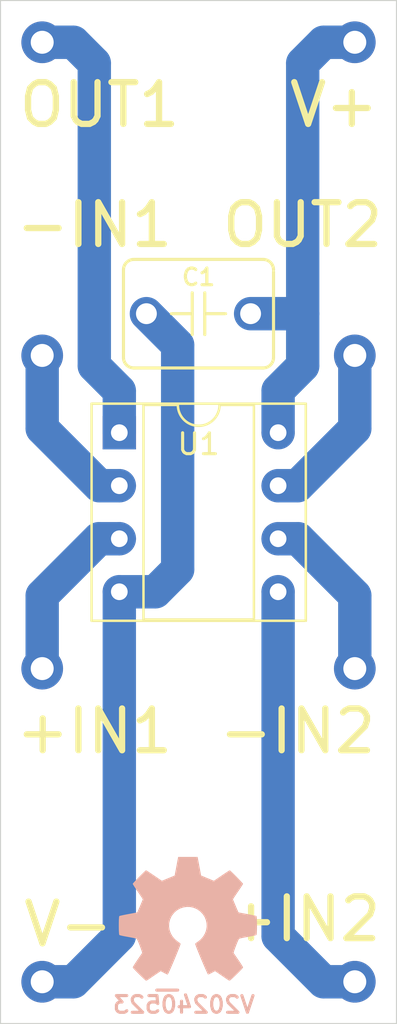
<source format=kicad_pcb>
(kicad_pcb (version 20221018) (generator pcbnew)
  (layers (0 "F.Cu" mixed) (31 "B.Cu" mixed) (34 "B.Paste" user) (35 "F.Paste" user) (36 "B.SilkS" user "B.Silkscreen") (37 "F.SilkS" user "F.Silkscreen") (38 "B.Mask" user) (39 "F.Mask" user) (44 "Edge.Cuts" user))
  (net 0 "")
  (net 1 "Net-(J4-Pin_1)")
  (net 2 "Net-(J8-Pin_1)")
  (net 3 "Net-(J1-Pin_1)")
  (net 4 "Net-(J2-Pin_1)")
  (net 5 "Net-(J3-Pin_1)")
  (net 6 "Net-(J5-Pin_1)")
  (net 7 "Net-(J6-Pin_1)")
  (net 8 "Net-(J7-Pin_1)")
  (footprint "mill-max:PC_pin_nail_head_6092" (layer "F.Cu") (at 142 63)
    (fp_text reference "J1")
    (fp_text value "OUT1" (at 2.75 3) (layer "F.SilkS") (effects (font (size 2 2) (thickness 0.3))))
    (pad "1" thru_hole circle locked (at 0 0) (size 2 2) (drill 1.1) (layers "*.Cu" "*.Mask") (net 3 "Net-(J1-Pin_1)"))
  )
  (footprint "mill-max:PC_pin_nail_head_6092" (layer "F.Cu") (at 142 78)
    (fp_text reference "J2")
    (fp_text value "-IN1" (at 2.5 -6.25) (layer "F.SilkS") (effects (font (size 2 2) (thickness 0.3))))
    (pad "1" thru_hole circle locked (at 0 0) (size 2 2) (drill 1.1) (layers "*.Cu" "*.Mask") (net 4 "Net-(J2-Pin_1)"))
  )
  (footprint "mill-max:PC_pin_nail_head_6092" (layer "F.Cu") (at 142 93)
    (fp_text reference "J3")
    (fp_text value "+IN1" (at 2.5 3) (layer "F.SilkS") (effects (font (size 2 2) (thickness 0.3))))
    (pad "1" thru_hole circle locked (at 0 0) (size 2 2) (drill 1.1) (layers "*.Cu" "*.Mask") (net 5 "Net-(J3-Pin_1)"))
  )
  (footprint "mill-max:PC_pin_nail_head_6092" (layer "F.Cu") (at 157 108)
    (fp_text reference "J5")
    (fp_text value "+IN2" (at -2.5 -3) (layer "F.SilkS") (effects (font (size 2 2) (thickness 0.3))))
    (pad "1" thru_hole circle locked (at 0 0) (size 2 2) (drill 1.1) (layers "*.Cu" "*.Mask") (net 6 "Net-(J5-Pin_1)"))
  )
  (footprint "mill-max:PC_pin_nail_head_6092" (layer "F.Cu") (at 157 93)
    (fp_text reference "J6")
    (fp_text value "-IN2" (at -2.75 3) (layer "F.SilkS") (effects (font (size 2 2) (thickness 0.3))))
    (pad "1" thru_hole circle locked (at 0 0) (size 2 2) (drill 1.1) (layers "*.Cu" "*.Mask") (net 7 "Net-(J6-Pin_1)"))
  )
  (footprint "mill-max:PC_pin_nail_head_6092" (layer "F.Cu") (at 142 108)
    (fp_text reference "J4")
    (fp_text value "V-" (at 1.25 -2.75) (layer "F.SilkS") (effects (font (size 2 2) (thickness 0.3))))
    (pad "1" thru_hole circle locked (at 0 0) (size 2 2) (drill 1.1) (layers "*.Cu" "*.Mask") (net 1 "Net-(J4-Pin_1)"))
  )
  (footprint "mill-max:PC_pin_nail_head_6092" (layer "F.Cu") (at 157 78)
    (fp_text reference "J7")
    (fp_text value "OUT2" (at -2.5 -6.25) (layer "F.SilkS") (effects (font (size 2 2) (thickness 0.3))))
    (pad "1" thru_hole circle locked (at 0 0) (size 2 2) (drill 1.1) (layers "*.Cu" "*.Mask") (net 8 "Net-(J7-Pin_1)"))
  )
  (footprint "mill-max:PC_pin_nail_head_6092" (layer "F.Cu") (at 157 63)
    (fp_text reference "J8")
    (fp_text value "V+" (at -1 3) (layer "F.SilkS") (effects (font (size 2 2) (thickness 0.3))))
    (pad "1" thru_hole circle locked (at 0 0) (size 2 2) (drill 1.1) (layers "*.Cu" "*.Mask") (net 2 "Net-(J8-Pin_1)"))
  )
  (footprint "SquantorCapacitor:C-050-050X080-film" (layer "F.Cu") (at 149.5 76)
    (fp_text reference "C1" (at 0 -1.75) (layer "F.SilkS") (effects (font (size 0.8 0.8))))
    (fp_text value "1u")
    (fp_line (start -3.600001 -2.100001) (end -3.600001 2.100001) (stroke (width 0.15)) (layer "F.SilkS"))
    (fp_line (start -3.100001 2.600001) (end 3.1 2.6) (stroke (width 0.15)) (layer "F.SilkS"))
    (fp_line (start -0.3 -1) (end -0.3 1) (stroke (width 0.15)) (layer "F.SilkS"))
    (fp_line (start -0.3 0) (end -1.3 0) (stroke (width 0.15)) (layer "F.SilkS"))
    (fp_line (start 0.3 -1) (end 0.3 1) (stroke (width 0.15)) (layer "F.SilkS"))
    (fp_line (start 0.3 0) (end 1.3 0) (stroke (width 0.15)) (layer "F.SilkS"))
    (fp_line (start 3.1 -2.6) (end -3.100001 -2.600001) (stroke (width 0.15)) (layer "F.SilkS"))
    (fp_line (start 3.6 2.1) (end 3.6 -2) (stroke (width 0.15)) (layer "F.SilkS"))
    (fp_arc (start -3.600001 -2.100001) (mid -3.453554 -2.453554) (end -3.100001 -2.600001) (stroke (width 0.15)) (layer "F.SilkS"))
    (fp_arc (start -3.100001 2.600001) (mid -3.453554 2.453554) (end -3.600001 2.100001) (stroke (width 0.15)) (layer "F.SilkS"))
    (fp_arc (start 3.1 -2.6) (mid 3.453553 -2.453553) (end 3.6 -2.1) (stroke (width 0.15)) (layer "F.SilkS"))
    (fp_arc (start 3.6 2.1) (mid 3.453553 2.453553) (end 3.1 2.6) (stroke (width 0.15)) (layer "F.SilkS"))
    (pad "1" thru_hole circle (at -2.5 0) (size 1.5 1.5) (drill 1) (layers "*.Cu" "*.Mask") (net 1 "Net-(J4-Pin_1)"))
    (pad "2" thru_hole circle (at 2.5 0) (size 1.5 1.5) (drill 1) (layers "*.Cu" "*.Mask") (net 2 "Net-(J8-Pin_1)"))
  )
  (footprint "Package_DIP:DIP-8_W7.62mm_Socket" (layer "F.Cu") (at 145.7 81.7)
    (fp_text reference "U1" (at 3.8 0.55) (layer "F.SilkS"))
    (fp_text value "opamp_dual_8pin")
    (fp_line (start -1.33 -1.39) (end -1.33 9.01) (stroke (width 0.12)) (layer "F.SilkS"))
    (fp_line (start -1.33 9.01) (end 8.95 9.01) (stroke (width 0.12)) (layer "F.SilkS"))
    (fp_line (start 1.16 -1.33) (end 1.16 8.95) (stroke (width 0.12)) (layer "F.SilkS"))
    (fp_line (start 1.16 8.95) (end 6.46 8.95) (stroke (width 0.12)) (layer "F.SilkS"))
    (fp_line (start 2.81 -1.33) (end 1.16 -1.33) (stroke (width 0.12)) (layer "F.SilkS"))
    (fp_line (start 6.46 -1.33) (end 4.81 -1.33) (stroke (width 0.12)) (layer "F.SilkS"))
    (fp_line (start 6.46 8.95) (end 6.46 -1.33) (stroke (width 0.12)) (layer "F.SilkS"))
    (fp_line (start 8.95 -1.39) (end -1.33 -1.39) (stroke (width 0.12)) (layer "F.SilkS"))
    (fp_line (start 8.95 9.01) (end 8.95 -1.39) (stroke (width 0.12)) (layer "F.SilkS"))
    (fp_arc (start 4.81 -1.33) (mid 3.81 -0.33) (end 2.81 -1.33) (stroke (width 0.12)) (layer "F.SilkS"))
    (pad "1" thru_hole rect (at 0 0) (size 1.6 1.6) (drill 0.8) (layers "*.Cu" "*.Mask") (net 3 "Net-(J1-Pin_1)"))
    (pad "2" thru_hole oval (at 0 2.54) (size 1.6 1.6) (drill 0.8) (layers "*.Cu" "*.Mask") (net 4 "Net-(J2-Pin_1)"))
    (pad "3" thru_hole oval (at 0 5.08) (size 1.6 1.6) (drill 0.8) (layers "*.Cu" "*.Mask") (net 5 "Net-(J3-Pin_1)"))
    (pad "4" thru_hole oval (at 0 7.62) (size 1.6 1.6) (drill 0.8) (layers "*.Cu" "*.Mask") (net 1 "Net-(J4-Pin_1)"))
    (pad "5" thru_hole oval (at 7.62 7.62) (size 1.6 1.6) (drill 0.8) (layers "*.Cu" "*.Mask") (net 6 "Net-(J5-Pin_1)"))
    (pad "6" thru_hole oval (at 7.62 5.08) (size 1.6 1.6) (drill 0.8) (layers "*.Cu" "*.Mask") (net 7 "Net-(J6-Pin_1)"))
    (pad "7" thru_hole oval (at 7.62 2.54) (size 1.6 1.6) (drill 0.8) (layers "*.Cu" "*.Mask") (net 8 "Net-(J7-Pin_1)"))
    (pad "8" thru_hole oval (at 7.62 0) (size 1.6 1.6) (drill 0.8) (layers "*.Cu" "*.Mask") (net 2 "Net-(J8-Pin_1)"))
  )
  (footprint "Symbol:OSHW-Symbol_6.7x6mm_SilkScreen" (layer "B.Cu") (at 149 105 180)
    (fp_text reference "N2" hide)
    (fp_text value "OHWLOGO" hide)
    (fp_poly (pts (xy 0.555814 2.531069) (xy 0.639635 2.086445) (xy 0.94892 1.958947) (xy 1.258206 1.831449) (xy 1.629246 2.083754) (xy 1.733157 2.154004) (xy 1.827087 2.216728) (xy 1.906652 2.269062) (xy 1.96747 2.308143) (xy 2.005157 2.331107) (xy 2.015421 2.336058) (xy 2.03391 2.323324) (xy 2.07342 2.288118) (xy 2.129522 2.234938) (xy 2.197787 2.168282) (xy 2.273786 2.092646) (xy 2.353092 2.012528) (xy 2.431275 1.932426) (xy 2.503907 1.856836) (xy 2.566559 1.790255) (xy 2.614803 1.737182) (xy 2.64421 1.702113) (xy 2.651241 1.690377) (xy 2.641123 1.66874) (xy 2.612759 1.621338) (xy 2.569129 1.552807) (xy 2.513218 1.467785) (xy 2.448006 1.370907) (xy 2.410219 1.31565) (xy 2.341343 1.214752) (xy 2.28014 1.123701) (xy 2.229578 1.04703) (xy 2.192628 0.989272) (xy 2.172258 0.954957) (xy 2.169197 0.947746) (xy 2.176136 0.927252) (xy 2.195051 0.879487) (xy 2.223087 0.811168) (xy 2.257391 0.729011) (xy 2.295109 0.63973) (xy 2.333387 0.550042) (xy 2.36937 0.466662) (xy 2.400206 0.396306) (xy 2.423039 0.34569) (xy 2.435017 0.321529) (xy 2.435724 0.320578) (xy 2.454531 0.315964) (xy 2.504618 0.305672) (xy 2.580793 0.290713) (xy 2.677865 0.272099) (xy 2.790643 0.250841) (xy 2.856442 0.238582) (xy 2.97695 0.215638) (xy 3.085797 0.193805) (xy 3.177476 0.174278) (xy 3.246481 0.158252) (xy 3.287304 0.146921) (xy 3.295511 0.143326) (xy 3.303548 0.118994) (xy 3.310033 0.064041) (xy 3.31497 -0.015108) (xy 3.318364 -0.112026) (xy 3.320218 -0.220287) (xy 3.320538 -0.333465) (xy 3.319327 -0.445135) (xy 3.31659 -0.548868) (xy 3.312331 -0.638241) (xy 3.306555 -0.706826) (xy 3.299267 -0.748197) (xy 3.294895 -0.75681) (xy 3.268764 -0.767133) (xy 3.213393 -0.781892) (xy 3.136107 -0.799352) (xy 3.04423 -0.81778) (xy 3.012158 -0.823741) (xy 2.857524 -0.852066) (xy 2.735375 -0.874876) (xy 2.641673 -0.89308) (xy 2.572384 -0.907583) (xy 2.523471 -0.919292) (xy 2.490897 -0.929115) (xy 2.470628 -0.937956) (xy 2.458626 -0.946724) (xy 2.456947 -0.948457) (xy 2.440184 -0.976371) (xy 2.414614 -1.030695) (xy 2.382788 -1.104777) (xy 2.34726 -1.191965) (xy 2.310583 -1.285608) (xy 2.275311 -1.379052) (xy 2.243996 -1.465647) (xy 2.219193 -1.53874) (xy 2.203454 -1.591678) (xy 2.199332 -1.617811) (xy 2.199676 -1.618726) (xy 2.213641 -1.640086) (xy 2.245322 -1.687084) (xy 2.291391 -1.754827) (xy 2.348518 -1.838423) (xy 2.413373 -1.932982) (xy 2.431843 -1.959854) (xy 2.497699 -2.057275) (xy 2.55565 -2.146163) (xy 2.602538 -2.221412) (xy 2.635207 -2.27792) (xy 2.6505 -2.310581) (xy 2.651241 -2.314593) (xy 2.638392 -2.335684) (xy 2.602888 -2.377464) (xy 2.549293 -2.435445) (xy 2.482171 -2.505135) (xy 2.406087 -2.582045) (xy 2.325604 -2.661683) (xy 2.245287 -2.739561) (xy 2.169699 -2.811186) (xy 2.103405 -2.87207) (xy 2.050969 -2.917721) (xy 2.016955 -2.94365) (xy 2.007545 -2.947883) (xy 1.985643 -2.937912) (xy 1.9408 -2.91102) (xy 1.880321 -2.871736) (xy 1.833789 -2.840117) (xy 1.749475 -2.782098) (xy 1.649626 -2.713784) (xy 1.549473 -2.645579) (xy 1.495627 -2.609075) (xy 1.313371 -2.4858) (xy 1.160381 -2.56852) (xy 1.090682 -2.604759) (xy 1.031414 -2.632926) (xy 0.991311 -2.648991) (xy 0.981103 -2.651226) (xy 0.968829 -2.634722) (xy 0.944613 -2.588082) (xy 0.910263 -2.515609) (xy 0.867588 -2.421606) (xy 0.818394 -2.310374) (xy 0.76449 -2.186215) (xy 0.707684 -2.053432) (xy 0.649782 -1.916327) (xy 0.592593 -1.779202) (xy 0.537924 -1.646358) (xy 0.487584 -1.522098) (xy 0.44338 -1.410725) (xy 0.407119 -1.316539) (xy 0.380609 -1.243844) (xy 0.365658 -1.196941) (xy 0.363254 -1.180833) (xy 0.382311 -1.160286) (xy 0.424036 -1.126933) (xy 0.479706 -1.087702) (xy 0.484378 -1.084599) (xy 0.628264 -0.969423) (xy 0.744283 -0.835053) (xy 0.83143 -0.685784) (xy 0.888699 -0.525913) (xy 0.915086 -0.359737) (xy 0.909585 -0.191552) (xy 0.87119 -0.025655) (xy 0.798895 0.133658) (xy 0.777626 0.168513) (xy 0.666996 0.309263) (xy 0.536302 0.422286) (xy 0.390064 0.506997) (xy 0.232808 0.562806) (xy 0.069057 0.589126) (xy -0.096667 0.58537) (xy -0.259838 0.55095) (xy -0.415935 0.485277) (xy -0.560433 0.387765) (xy -0.605131 0.348187) (xy -0.718888 0.224297) (xy -0.801782 0.093876) (xy -0.858644 -0.052315) (xy -0.890313 -0.197088) (xy -0.898131 -0.35986) (xy -0.872062 -0.52344) (xy -0.814755 -0.682298) (xy -0.728856 -0.830906) (xy -0.617014 -0.963735) (xy -0.481877 -1.075256) (xy -0.464117 -1.087011) (xy -0.40785 -1.125508) (xy -0.365077 -1.158863) (xy -0.344628 -1.18016) (xy -0.344331 -1.180833) (xy -0.348721 -1.203871) (xy -0.366124 -1.256157) (xy -0.394732 -1.33339) (xy -0.432735 -1.431268) (xy -0.478326 -1.545491) (xy -0.529697 -1.671758) (xy -0.585038 -1.805767) (xy -0.642542 -1.943218) (xy -0.700399 -2.079808) (xy -0.756802 -2.211237) (xy -0.809942 -2.333205) (xy -0.85801 -2.441409) (xy -0.899199 -2.531549) (xy -0.931699 -2.599323) (xy -0.953703 -2.64043) (xy -0.962564 -2.651226) (xy -0.98964 -2.642819) (xy -1.040303 -2.620272) (xy -1.105817 -2.587613) (xy -1.141841 -2.56852) (xy -1.294832 -2.4858) (xy -1.477088 -2.609075) (xy -1.570125 -2.672228) (xy -1.671985 -2.741727) (xy -1.767438 -2.807165) (xy -1.81525 -2.840117) (xy -1.882495 -2.885273) (xy -1.939436 -2.921057) (xy -1.978646 -2.942938) (xy -1.991381 -2.947563) (xy -2.009917 -2.935085) (xy -2.050941 -2.900252) (xy -2.110475 -2.846678) (xy -2.184542 -2.777983) (xy -2.269165 -2.697781) (xy -2.322685 -2.646286) (xy -2.416319 -2.554286) (xy -2.497241 -2.471999) (xy -2.562177 -2.402945) (xy -2.607858 -2.350644) (xy -2.631011 -2.318616) (xy -2.633232 -2.312116) (xy -2.622924 -2.287394) (xy -2.594439 -2.237405) (xy -2.550937 -2.167212) (xy -2.495577 -2.081875) (xy -2.43152 -1.986456) (xy -2.413303 -1.959854) (xy -2.346927 -1.863167) (xy -2.287378 -1.776117) (xy -2.237984 -1.703595) (xy -2.202075 -1.650493) (xy -2.182981 -1.621703) (xy -2.181136 -1.618726) (xy -2.183895 -1.595782) (xy -2.198538 -1.545336) (xy -2.222513 -1.474041) (xy -2.253266 -1.388547) (xy -2.288244 -1.295507) (xy -2.324893 -1.201574) (xy -2.360661 -1.113399) (xy -2.392994 -1.037634) (xy -2.419338 -0.980931) (xy -2.437142 -0.949943) (xy -2.438407 -0.948457) (xy -2.449294 -0.939601) (xy -2.467682 -0.930843) (xy -2.497606 -0.921277) (xy -2.543103 -0.909996) (xy -2.608209 -0.896093) (xy -2.696961 -0.878663) (xy -2.813393 -0.856798) (xy -2.961542 -0.829591) (xy -2.993618 -0.823741) (xy -3.088686 -0.805374) (xy -3.171565 -0.787405) (xy -3.23493 -0.771569) (xy -3.271458 -0.7596) (xy -3.276356 -0.75681) (xy -3.284427 -0.732072) (xy -3.290987 -0.67679) (xy -3.296033 -0.597389) (xy -3.299559 -0.500296) (xy -3.301561 -0.391938) (xy -3.302036 -0.27874) (xy -3.300977 -0.167128) (xy -3.298382 -0.063529) (xy -3.294246 0.025632) (xy -3.288563 0.093928) (xy -3.281331 0.134934) (xy -3.276971 0.143326) (xy -3.252698 0.151792) (xy -3.197426 0.165565) (xy -3.116662 0.18345) (xy -3.015912 0.204252) (xy -2.900683 0.226777) (xy -2.837902 0.238582) (xy -2.718787 0.260849) (xy -2.612565 0.281021) (xy -2.524427 0.298085) (xy -2.459566 0.311031) (xy -2.423174 0.318845) (xy -2.417184 0.320578) (xy -2.407061 0.34011) (xy -2.385662 0.387157) (xy -2.355839 0.454997) (xy -2.320445 0.536909) (xy -2.282332 0.626172) (xy -2.244353 0.716065) (xy -2.20936 0.799865) (xy -2.180206 0.870853) (xy -2.159743 0.922306) (xy -2.150823 0.947503) (xy -2.150657 0.948604) (xy -2.160769 0.968481) (xy -2.189117 1.014223) (xy -2.232723 1.081283) (xy -2.288606 1.165116) (xy -2.353787 1.261174) (xy -2.391679 1.31635) (xy -2.460725 1.417519) (xy -2.52205 1.50937) (xy -2.572663 1.587256) (xy -2.609571 1.646531) (xy -2.629782 1.682549) (xy -2.632701 1.690623) (xy -2.620153 1.709416) (xy -2.585463 1.749543) (xy -2.533063 1.806507) (xy -2.467384 1.875815) (xy -2.392856 1.952969) (xy -2.313913 2.033475) (xy -2.234983 2.112837) (xy -2.1605 2.18656) (xy -2.094894 2.250148) (xy -2.042596 2.299106) (xy -2.008039 2.328939) (xy -1.996478 2.336058) (xy -1.977654 2.326047) (xy -1.932631 2.297922) (xy -1.865787 2.254546) (xy -1.781499 2.198782) (xy -1.684144 2.133494) (xy -1.610707 2.083754) (xy -1.239667 1.831449) (xy -0.621095 2.086445) (xy -0.537275 2.531069) (xy -0.453454 2.975693) (xy 0.471994 2.975693) (xy 0.555814 2.531069)) (stroke (width 0.01)) (fill solid) (layer "B.SilkS"))
  )
  (footprint "SquantorLabels:Label_Generic" (layer "B.Cu") (at 148 109)
    (fp_text reference "N1" hide)
    (fp_text value "V20240523" (at 0.8 0.1) (layer "B.SilkS") (effects (font (size 0.8 0.8)) (justify mirror)))
    (fp_line (start -0.5 -0.6) (end 0.5 -0.6) (stroke (width 0.15)) (layer "B.SilkS"))
  )
  (gr_line (start 140 110) (end 159 110) (stroke (width 0.05)) (layer "Edge.Cuts"))
  (gr_line (start 159 61) (end 159 110) (stroke (width 0.05)) (layer "Edge.Cuts"))
  (gr_line (start 159 61) (end 140 61) (stroke (width 0.05)) (layer "Edge.Cuts"))
  (gr_line (start 140 110) (end 140 61) (stroke (width 0.05)) (layer "Edge.Cuts"))
  (segment (start 148.5 88.25) (end 148.5 77.5) (width 1.6) (layer "B.Cu") (net 1))
  (segment (start 143.5 108) (end 142 108) (width 1.6) (layer "B.Cu") (net 1))
  (segment (start 145.7 89.32) (end 147.43 89.32) (width 1.6) (layer "B.Cu") (net 1))
  (segment (start 145.7 89.32) (end 145.7 105.8) (width 1.6) (layer "B.Cu") (net 1))
  (segment (start 145.7 105.8) (end 143.5 108) (width 1.6) (layer "B.Cu") (net 1))
  (segment (start 147.43 89.32) (end 148.5 88.25) (width 1.6) (layer "B.Cu") (net 1))
  (segment (start 148.5 77.5) (end 147 76) (width 1.6) (layer "B.Cu") (net 1))
  (segment (start 152 76) (end 154.5 76) (width 1.6) (layer "B.Cu") (net 2))
  (segment (start 154.5 78.5) (end 154.5 76) (width 1.6) (layer "B.Cu") (net 2))
  (segment (start 154.5 76) (end 154.5 64) (width 1.6) (layer "B.Cu") (net 2))
  (segment (start 155.5 63) (end 157 63) (width 1.6) (layer "B.Cu") (net 2))
  (segment (start 153.32 79.68) (end 154.5 78.5) (width 1.6) (layer "B.Cu") (net 2))
  (segment (start 154.5 64) (end 155.5 63) (width 1.6) (layer "B.Cu") (net 2))
  (segment (start 153.32 81.7) (end 153.32 79.68) (width 1.6) (layer "B.Cu") (net 2))
  (segment (start 144.5 78.5) (end 144.5 64) (width 1.6) (layer "B.Cu") (net 3))
  (segment (start 143.5 63) (end 142 63) (width 1.6) (layer "B.Cu") (net 3))
  (segment (start 145.7 79.7) (end 144.5 78.5) (width 1.6) (layer "B.Cu") (net 3))
  (segment (start 144.5 64) (end 143.5 63) (width 1.6) (layer "B.Cu") (net 3))
  (segment (start 145.7 81.7) (end 145.7 79.7) (width 1.6) (layer "B.Cu") (net 3))
  (segment (start 144.74 84.24) (end 142 81.5) (width 1.6) (layer "B.Cu") (net 4))
  (segment (start 145.7 84.24) (end 144.74 84.24) (width 1.6) (layer "B.Cu") (net 4))
  (segment (start 142 81.5) (end 142 78) (width 1.6) (layer "B.Cu") (net 4))
  (segment (start 142 89.5) (end 142 93) (width 1.6) (layer "B.Cu") (net 5))
  (segment (start 144.72 86.78) (end 142 89.5) (width 1.6) (layer "B.Cu") (net 5))
  (segment (start 145.7 86.78) (end 144.72 86.78) (width 1.6) (layer "B.Cu") (net 5))
  (segment (start 155.5 108) (end 157 108) (width 1.6) (layer "B.Cu") (net 6))
  (segment (start 153.32 89.32) (end 153.32 105.82) (width 1.6) (layer "B.Cu") (net 6))
  (segment (start 153.32 105.82) (end 155.5 108) (width 1.6) (layer "B.Cu") (net 6))
  (segment (start 157 89.5) (end 157 93) (width 1.6) (layer "B.Cu") (net 7))
  (segment (start 154.28 86.78) (end 157 89.5) (width 1.6) (layer "B.Cu") (net 7))
  (segment (start 153.32 86.78) (end 154.28 86.78) (width 1.6) (layer "B.Cu") (net 7))
  (segment (start 154.26 84.24) (end 157 81.5) (width 1.6) (layer "B.Cu") (net 8))
  (segment (start 157 81.5) (end 157 78) (width 1.6) (layer "B.Cu") (net 8))
  (segment (start 153.32 84.24) (end 154.26 84.24) (width 1.6) (layer "B.Cu") (net 8))
)
</source>
